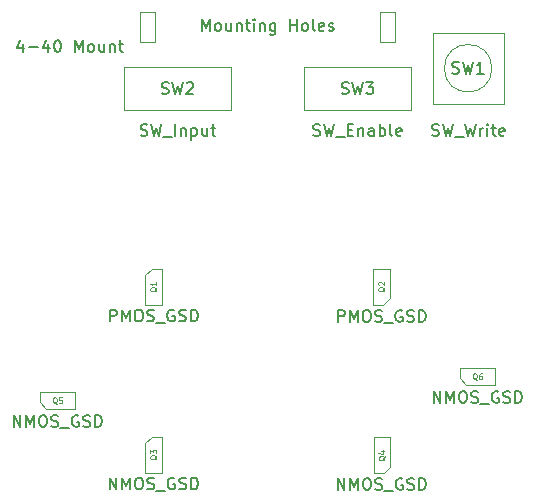
<source format=gbr>
G04 #@! TF.GenerationSoftware,KiCad,Pcbnew,5.1.5+dfsg1-2build2*
G04 #@! TF.CreationDate,2020-06-21T16:19:52-07:00*
G04 #@! TF.ProjectId,sram-cell,7372616d-2d63-4656-9c6c-2e6b69636164,rev?*
G04 #@! TF.SameCoordinates,Original*
G04 #@! TF.FileFunction,Other,Fab,Top*
%FSLAX46Y46*%
G04 Gerber Fmt 4.6, Leading zero omitted, Abs format (unit mm)*
G04 Created by KiCad (PCBNEW 5.1.5+dfsg1-2build2) date 2020-06-21 16:19:52*
%MOMM*%
%LPD*%
G04 APERTURE LIST*
%ADD10C,0.100000*%
%ADD11C,0.150000*%
%ADD12C,0.075000*%
G04 APERTURE END LIST*
D10*
X140280000Y-82020000D02*
X149280000Y-82020000D01*
X140280000Y-85620000D02*
X140280000Y-82020000D01*
X149280000Y-85620000D02*
X140280000Y-85620000D01*
X149280000Y-82020000D02*
X149280000Y-85620000D01*
X161910000Y-77328000D02*
X163210000Y-77328000D01*
X163210000Y-77328000D02*
X163210000Y-79878000D01*
X163210000Y-79878000D02*
X161910000Y-79878000D01*
X161910000Y-79878000D02*
X161910000Y-77328000D01*
X141590000Y-77328000D02*
X142890000Y-77328000D01*
X142890000Y-77328000D02*
X142890000Y-79878000D01*
X142890000Y-79878000D02*
X141590000Y-79878000D01*
X141590000Y-79878000D02*
X141590000Y-77328000D01*
X155520000Y-82020000D02*
X164520000Y-82020000D01*
X155520000Y-85620000D02*
X155520000Y-82020000D01*
X164520000Y-85620000D02*
X155520000Y-85620000D01*
X164520000Y-82020000D02*
X164520000Y-85620000D01*
X171397564Y-82094000D02*
G75*
G03X171397564Y-82094000I-2015564J0D01*
G01*
X166382000Y-85094000D02*
X166382000Y-82094000D01*
X172382000Y-85094000D02*
X166382000Y-85094000D01*
X172382000Y-79094000D02*
X172382000Y-85094000D01*
X166382000Y-79094000D02*
X172382000Y-79094000D01*
X166382000Y-82094000D02*
X166382000Y-79094000D01*
X142048000Y-102104000D02*
X143448000Y-102104000D01*
X143448000Y-99064000D02*
X143448000Y-102104000D01*
X142048000Y-99634000D02*
X142598000Y-99064000D01*
X142598000Y-99064000D02*
X143448000Y-99064000D01*
X142048000Y-99634000D02*
X142048000Y-102084000D01*
X162752000Y-101534000D02*
X162752000Y-99084000D01*
X162202000Y-102104000D02*
X161352000Y-102104000D01*
X162752000Y-101534000D02*
X162202000Y-102104000D01*
X161352000Y-102104000D02*
X161352000Y-99064000D01*
X162752000Y-99064000D02*
X161352000Y-99064000D01*
X142048000Y-113858000D02*
X142048000Y-116308000D01*
X142598000Y-113288000D02*
X143448000Y-113288000D01*
X142048000Y-113858000D02*
X142598000Y-113288000D01*
X143448000Y-113288000D02*
X143448000Y-116328000D01*
X142048000Y-116328000D02*
X143448000Y-116328000D01*
X162776000Y-113354000D02*
X161376000Y-113354000D01*
X161376000Y-116394000D02*
X161376000Y-113354000D01*
X162776000Y-115824000D02*
X162226000Y-116394000D01*
X162226000Y-116394000D02*
X161376000Y-116394000D01*
X162776000Y-115824000D02*
X162776000Y-113374000D01*
X136140000Y-110936000D02*
X136140000Y-109536000D01*
X133100000Y-109536000D02*
X136140000Y-109536000D01*
X133670000Y-110936000D02*
X133100000Y-110386000D01*
X133100000Y-110386000D02*
X133100000Y-109536000D01*
X133670000Y-110936000D02*
X136120000Y-110936000D01*
X169230000Y-108904000D02*
X171680000Y-108904000D01*
X168660000Y-108354000D02*
X168660000Y-107504000D01*
X169230000Y-108904000D02*
X168660000Y-108354000D01*
X168660000Y-107504000D02*
X171700000Y-107504000D01*
X171700000Y-108904000D02*
X171700000Y-107504000D01*
D11*
X141660952Y-87780761D02*
X141803809Y-87828380D01*
X142041904Y-87828380D01*
X142137142Y-87780761D01*
X142184761Y-87733142D01*
X142232380Y-87637904D01*
X142232380Y-87542666D01*
X142184761Y-87447428D01*
X142137142Y-87399809D01*
X142041904Y-87352190D01*
X141851428Y-87304571D01*
X141756190Y-87256952D01*
X141708571Y-87209333D01*
X141660952Y-87114095D01*
X141660952Y-87018857D01*
X141708571Y-86923619D01*
X141756190Y-86876000D01*
X141851428Y-86828380D01*
X142089523Y-86828380D01*
X142232380Y-86876000D01*
X142565714Y-86828380D02*
X142803809Y-87828380D01*
X142994285Y-87114095D01*
X143184761Y-87828380D01*
X143422857Y-86828380D01*
X143565714Y-87923619D02*
X144327619Y-87923619D01*
X144565714Y-87828380D02*
X144565714Y-86828380D01*
X145041904Y-87161714D02*
X145041904Y-87828380D01*
X145041904Y-87256952D02*
X145089523Y-87209333D01*
X145184761Y-87161714D01*
X145327619Y-87161714D01*
X145422857Y-87209333D01*
X145470476Y-87304571D01*
X145470476Y-87828380D01*
X145946666Y-87161714D02*
X145946666Y-88161714D01*
X145946666Y-87209333D02*
X146041904Y-87161714D01*
X146232380Y-87161714D01*
X146327619Y-87209333D01*
X146375238Y-87256952D01*
X146422857Y-87352190D01*
X146422857Y-87637904D01*
X146375238Y-87733142D01*
X146327619Y-87780761D01*
X146232380Y-87828380D01*
X146041904Y-87828380D01*
X145946666Y-87780761D01*
X147280000Y-87161714D02*
X147280000Y-87828380D01*
X146851428Y-87161714D02*
X146851428Y-87685523D01*
X146899047Y-87780761D01*
X146994285Y-87828380D01*
X147137142Y-87828380D01*
X147232380Y-87780761D01*
X147280000Y-87733142D01*
X147613333Y-87161714D02*
X147994285Y-87161714D01*
X147756190Y-86828380D02*
X147756190Y-87685523D01*
X147803809Y-87780761D01*
X147899047Y-87828380D01*
X147994285Y-87828380D01*
X143446666Y-84224761D02*
X143589523Y-84272380D01*
X143827619Y-84272380D01*
X143922857Y-84224761D01*
X143970476Y-84177142D01*
X144018095Y-84081904D01*
X144018095Y-83986666D01*
X143970476Y-83891428D01*
X143922857Y-83843809D01*
X143827619Y-83796190D01*
X143637142Y-83748571D01*
X143541904Y-83700952D01*
X143494285Y-83653333D01*
X143446666Y-83558095D01*
X143446666Y-83462857D01*
X143494285Y-83367619D01*
X143541904Y-83320000D01*
X143637142Y-83272380D01*
X143875238Y-83272380D01*
X144018095Y-83320000D01*
X144351428Y-83272380D02*
X144589523Y-84272380D01*
X144780000Y-83558095D01*
X144970476Y-84272380D01*
X145208571Y-83272380D01*
X145541904Y-83367619D02*
X145589523Y-83320000D01*
X145684761Y-83272380D01*
X145922857Y-83272380D01*
X146018095Y-83320000D01*
X146065714Y-83367619D01*
X146113333Y-83462857D01*
X146113333Y-83558095D01*
X146065714Y-83700952D01*
X145494285Y-84272380D01*
X146113333Y-84272380D01*
X146828571Y-78938380D02*
X146828571Y-77938380D01*
X147161904Y-78652666D01*
X147495238Y-77938380D01*
X147495238Y-78938380D01*
X148114285Y-78938380D02*
X148019047Y-78890761D01*
X147971428Y-78843142D01*
X147923809Y-78747904D01*
X147923809Y-78462190D01*
X147971428Y-78366952D01*
X148019047Y-78319333D01*
X148114285Y-78271714D01*
X148257142Y-78271714D01*
X148352380Y-78319333D01*
X148400000Y-78366952D01*
X148447619Y-78462190D01*
X148447619Y-78747904D01*
X148400000Y-78843142D01*
X148352380Y-78890761D01*
X148257142Y-78938380D01*
X148114285Y-78938380D01*
X149304761Y-78271714D02*
X149304761Y-78938380D01*
X148876190Y-78271714D02*
X148876190Y-78795523D01*
X148923809Y-78890761D01*
X149019047Y-78938380D01*
X149161904Y-78938380D01*
X149257142Y-78890761D01*
X149304761Y-78843142D01*
X149780952Y-78271714D02*
X149780952Y-78938380D01*
X149780952Y-78366952D02*
X149828571Y-78319333D01*
X149923809Y-78271714D01*
X150066666Y-78271714D01*
X150161904Y-78319333D01*
X150209523Y-78414571D01*
X150209523Y-78938380D01*
X150542857Y-78271714D02*
X150923809Y-78271714D01*
X150685714Y-77938380D02*
X150685714Y-78795523D01*
X150733333Y-78890761D01*
X150828571Y-78938380D01*
X150923809Y-78938380D01*
X151257142Y-78938380D02*
X151257142Y-78271714D01*
X151257142Y-77938380D02*
X151209523Y-77986000D01*
X151257142Y-78033619D01*
X151304761Y-77986000D01*
X151257142Y-77938380D01*
X151257142Y-78033619D01*
X151733333Y-78271714D02*
X151733333Y-78938380D01*
X151733333Y-78366952D02*
X151780952Y-78319333D01*
X151876190Y-78271714D01*
X152019047Y-78271714D01*
X152114285Y-78319333D01*
X152161904Y-78414571D01*
X152161904Y-78938380D01*
X153066666Y-78271714D02*
X153066666Y-79081238D01*
X153019047Y-79176476D01*
X152971428Y-79224095D01*
X152876190Y-79271714D01*
X152733333Y-79271714D01*
X152638095Y-79224095D01*
X153066666Y-78890761D02*
X152971428Y-78938380D01*
X152780952Y-78938380D01*
X152685714Y-78890761D01*
X152638095Y-78843142D01*
X152590476Y-78747904D01*
X152590476Y-78462190D01*
X152638095Y-78366952D01*
X152685714Y-78319333D01*
X152780952Y-78271714D01*
X152971428Y-78271714D01*
X153066666Y-78319333D01*
X154304761Y-78938380D02*
X154304761Y-77938380D01*
X154304761Y-78414571D02*
X154876190Y-78414571D01*
X154876190Y-78938380D02*
X154876190Y-77938380D01*
X155495238Y-78938380D02*
X155400000Y-78890761D01*
X155352380Y-78843142D01*
X155304761Y-78747904D01*
X155304761Y-78462190D01*
X155352380Y-78366952D01*
X155400000Y-78319333D01*
X155495238Y-78271714D01*
X155638095Y-78271714D01*
X155733333Y-78319333D01*
X155780952Y-78366952D01*
X155828571Y-78462190D01*
X155828571Y-78747904D01*
X155780952Y-78843142D01*
X155733333Y-78890761D01*
X155638095Y-78938380D01*
X155495238Y-78938380D01*
X156400000Y-78938380D02*
X156304761Y-78890761D01*
X156257142Y-78795523D01*
X156257142Y-77938380D01*
X157161904Y-78890761D02*
X157066666Y-78938380D01*
X156876190Y-78938380D01*
X156780952Y-78890761D01*
X156733333Y-78795523D01*
X156733333Y-78414571D01*
X156780952Y-78319333D01*
X156876190Y-78271714D01*
X157066666Y-78271714D01*
X157161904Y-78319333D01*
X157209523Y-78414571D01*
X157209523Y-78509809D01*
X156733333Y-78605047D01*
X157590476Y-78890761D02*
X157685714Y-78938380D01*
X157876190Y-78938380D01*
X157971428Y-78890761D01*
X158019047Y-78795523D01*
X158019047Y-78747904D01*
X157971428Y-78652666D01*
X157876190Y-78605047D01*
X157733333Y-78605047D01*
X157638095Y-78557428D01*
X157590476Y-78462190D01*
X157590476Y-78414571D01*
X157638095Y-78319333D01*
X157733333Y-78271714D01*
X157876190Y-78271714D01*
X157971428Y-78319333D01*
X131659809Y-80049714D02*
X131659809Y-80716380D01*
X131421714Y-79668761D02*
X131183619Y-80383047D01*
X131802666Y-80383047D01*
X132183619Y-80335428D02*
X132945523Y-80335428D01*
X133850285Y-80049714D02*
X133850285Y-80716380D01*
X133612190Y-79668761D02*
X133374095Y-80383047D01*
X133993142Y-80383047D01*
X134564571Y-79716380D02*
X134659809Y-79716380D01*
X134755047Y-79764000D01*
X134802666Y-79811619D01*
X134850285Y-79906857D01*
X134897904Y-80097333D01*
X134897904Y-80335428D01*
X134850285Y-80525904D01*
X134802666Y-80621142D01*
X134755047Y-80668761D01*
X134659809Y-80716380D01*
X134564571Y-80716380D01*
X134469333Y-80668761D01*
X134421714Y-80621142D01*
X134374095Y-80525904D01*
X134326476Y-80335428D01*
X134326476Y-80097333D01*
X134374095Y-79906857D01*
X134421714Y-79811619D01*
X134469333Y-79764000D01*
X134564571Y-79716380D01*
X136088380Y-80716380D02*
X136088380Y-79716380D01*
X136421714Y-80430666D01*
X136755047Y-79716380D01*
X136755047Y-80716380D01*
X137374095Y-80716380D02*
X137278857Y-80668761D01*
X137231238Y-80621142D01*
X137183619Y-80525904D01*
X137183619Y-80240190D01*
X137231238Y-80144952D01*
X137278857Y-80097333D01*
X137374095Y-80049714D01*
X137516952Y-80049714D01*
X137612190Y-80097333D01*
X137659809Y-80144952D01*
X137707428Y-80240190D01*
X137707428Y-80525904D01*
X137659809Y-80621142D01*
X137612190Y-80668761D01*
X137516952Y-80716380D01*
X137374095Y-80716380D01*
X138564571Y-80049714D02*
X138564571Y-80716380D01*
X138136000Y-80049714D02*
X138136000Y-80573523D01*
X138183619Y-80668761D01*
X138278857Y-80716380D01*
X138421714Y-80716380D01*
X138516952Y-80668761D01*
X138564571Y-80621142D01*
X139040761Y-80049714D02*
X139040761Y-80716380D01*
X139040761Y-80144952D02*
X139088380Y-80097333D01*
X139183619Y-80049714D01*
X139326476Y-80049714D01*
X139421714Y-80097333D01*
X139469333Y-80192571D01*
X139469333Y-80716380D01*
X139802666Y-80049714D02*
X140183619Y-80049714D01*
X139945523Y-79716380D02*
X139945523Y-80573523D01*
X139993142Y-80668761D01*
X140088380Y-80716380D01*
X140183619Y-80716380D01*
X156281904Y-87780761D02*
X156424761Y-87828380D01*
X156662857Y-87828380D01*
X156758095Y-87780761D01*
X156805714Y-87733142D01*
X156853333Y-87637904D01*
X156853333Y-87542666D01*
X156805714Y-87447428D01*
X156758095Y-87399809D01*
X156662857Y-87352190D01*
X156472380Y-87304571D01*
X156377142Y-87256952D01*
X156329523Y-87209333D01*
X156281904Y-87114095D01*
X156281904Y-87018857D01*
X156329523Y-86923619D01*
X156377142Y-86876000D01*
X156472380Y-86828380D01*
X156710476Y-86828380D01*
X156853333Y-86876000D01*
X157186666Y-86828380D02*
X157424761Y-87828380D01*
X157615238Y-87114095D01*
X157805714Y-87828380D01*
X158043809Y-86828380D01*
X158186666Y-87923619D02*
X158948571Y-87923619D01*
X159186666Y-87304571D02*
X159520000Y-87304571D01*
X159662857Y-87828380D02*
X159186666Y-87828380D01*
X159186666Y-86828380D01*
X159662857Y-86828380D01*
X160091428Y-87161714D02*
X160091428Y-87828380D01*
X160091428Y-87256952D02*
X160139047Y-87209333D01*
X160234285Y-87161714D01*
X160377142Y-87161714D01*
X160472380Y-87209333D01*
X160520000Y-87304571D01*
X160520000Y-87828380D01*
X161424761Y-87828380D02*
X161424761Y-87304571D01*
X161377142Y-87209333D01*
X161281904Y-87161714D01*
X161091428Y-87161714D01*
X160996190Y-87209333D01*
X161424761Y-87780761D02*
X161329523Y-87828380D01*
X161091428Y-87828380D01*
X160996190Y-87780761D01*
X160948571Y-87685523D01*
X160948571Y-87590285D01*
X160996190Y-87495047D01*
X161091428Y-87447428D01*
X161329523Y-87447428D01*
X161424761Y-87399809D01*
X161900952Y-87828380D02*
X161900952Y-86828380D01*
X161900952Y-87209333D02*
X161996190Y-87161714D01*
X162186666Y-87161714D01*
X162281904Y-87209333D01*
X162329523Y-87256952D01*
X162377142Y-87352190D01*
X162377142Y-87637904D01*
X162329523Y-87733142D01*
X162281904Y-87780761D01*
X162186666Y-87828380D01*
X161996190Y-87828380D01*
X161900952Y-87780761D01*
X162948571Y-87828380D02*
X162853333Y-87780761D01*
X162805714Y-87685523D01*
X162805714Y-86828380D01*
X163710476Y-87780761D02*
X163615238Y-87828380D01*
X163424761Y-87828380D01*
X163329523Y-87780761D01*
X163281904Y-87685523D01*
X163281904Y-87304571D01*
X163329523Y-87209333D01*
X163424761Y-87161714D01*
X163615238Y-87161714D01*
X163710476Y-87209333D01*
X163758095Y-87304571D01*
X163758095Y-87399809D01*
X163281904Y-87495047D01*
X158686666Y-84224761D02*
X158829523Y-84272380D01*
X159067619Y-84272380D01*
X159162857Y-84224761D01*
X159210476Y-84177142D01*
X159258095Y-84081904D01*
X159258095Y-83986666D01*
X159210476Y-83891428D01*
X159162857Y-83843809D01*
X159067619Y-83796190D01*
X158877142Y-83748571D01*
X158781904Y-83700952D01*
X158734285Y-83653333D01*
X158686666Y-83558095D01*
X158686666Y-83462857D01*
X158734285Y-83367619D01*
X158781904Y-83320000D01*
X158877142Y-83272380D01*
X159115238Y-83272380D01*
X159258095Y-83320000D01*
X159591428Y-83272380D02*
X159829523Y-84272380D01*
X160020000Y-83558095D01*
X160210476Y-84272380D01*
X160448571Y-83272380D01*
X160734285Y-83272380D02*
X161353333Y-83272380D01*
X161020000Y-83653333D01*
X161162857Y-83653333D01*
X161258095Y-83700952D01*
X161305714Y-83748571D01*
X161353333Y-83843809D01*
X161353333Y-84081904D01*
X161305714Y-84177142D01*
X161258095Y-84224761D01*
X161162857Y-84272380D01*
X160877142Y-84272380D01*
X160781904Y-84224761D01*
X160734285Y-84177142D01*
X166346571Y-87780761D02*
X166489428Y-87828380D01*
X166727523Y-87828380D01*
X166822761Y-87780761D01*
X166870380Y-87733142D01*
X166918000Y-87637904D01*
X166918000Y-87542666D01*
X166870380Y-87447428D01*
X166822761Y-87399809D01*
X166727523Y-87352190D01*
X166537047Y-87304571D01*
X166441809Y-87256952D01*
X166394190Y-87209333D01*
X166346571Y-87114095D01*
X166346571Y-87018857D01*
X166394190Y-86923619D01*
X166441809Y-86876000D01*
X166537047Y-86828380D01*
X166775142Y-86828380D01*
X166918000Y-86876000D01*
X167251333Y-86828380D02*
X167489428Y-87828380D01*
X167679904Y-87114095D01*
X167870380Y-87828380D01*
X168108476Y-86828380D01*
X168251333Y-87923619D02*
X169013238Y-87923619D01*
X169156095Y-86828380D02*
X169394190Y-87828380D01*
X169584666Y-87114095D01*
X169775142Y-87828380D01*
X170013238Y-86828380D01*
X170394190Y-87828380D02*
X170394190Y-87161714D01*
X170394190Y-87352190D02*
X170441809Y-87256952D01*
X170489428Y-87209333D01*
X170584666Y-87161714D01*
X170679904Y-87161714D01*
X171013238Y-87828380D02*
X171013238Y-87161714D01*
X171013238Y-86828380D02*
X170965619Y-86876000D01*
X171013238Y-86923619D01*
X171060857Y-86876000D01*
X171013238Y-86828380D01*
X171013238Y-86923619D01*
X171346571Y-87161714D02*
X171727523Y-87161714D01*
X171489428Y-86828380D02*
X171489428Y-87685523D01*
X171537047Y-87780761D01*
X171632285Y-87828380D01*
X171727523Y-87828380D01*
X172441809Y-87780761D02*
X172346571Y-87828380D01*
X172156095Y-87828380D01*
X172060857Y-87780761D01*
X172013238Y-87685523D01*
X172013238Y-87304571D01*
X172060857Y-87209333D01*
X172156095Y-87161714D01*
X172346571Y-87161714D01*
X172441809Y-87209333D01*
X172489428Y-87304571D01*
X172489428Y-87399809D01*
X172013238Y-87495047D01*
X168048666Y-82498761D02*
X168191523Y-82546380D01*
X168429619Y-82546380D01*
X168524857Y-82498761D01*
X168572476Y-82451142D01*
X168620095Y-82355904D01*
X168620095Y-82260666D01*
X168572476Y-82165428D01*
X168524857Y-82117809D01*
X168429619Y-82070190D01*
X168239142Y-82022571D01*
X168143904Y-81974952D01*
X168096285Y-81927333D01*
X168048666Y-81832095D01*
X168048666Y-81736857D01*
X168096285Y-81641619D01*
X168143904Y-81594000D01*
X168239142Y-81546380D01*
X168477238Y-81546380D01*
X168620095Y-81594000D01*
X168953428Y-81546380D02*
X169191523Y-82546380D01*
X169382000Y-81832095D01*
X169572476Y-82546380D01*
X169810571Y-81546380D01*
X170715333Y-82546380D02*
X170143904Y-82546380D01*
X170429619Y-82546380D02*
X170429619Y-81546380D01*
X170334380Y-81689238D01*
X170239142Y-81784476D01*
X170143904Y-81832095D01*
X139057523Y-103536380D02*
X139057523Y-102536380D01*
X139438476Y-102536380D01*
X139533714Y-102584000D01*
X139581333Y-102631619D01*
X139628952Y-102726857D01*
X139628952Y-102869714D01*
X139581333Y-102964952D01*
X139533714Y-103012571D01*
X139438476Y-103060190D01*
X139057523Y-103060190D01*
X140057523Y-103536380D02*
X140057523Y-102536380D01*
X140390857Y-103250666D01*
X140724190Y-102536380D01*
X140724190Y-103536380D01*
X141390857Y-102536380D02*
X141581333Y-102536380D01*
X141676571Y-102584000D01*
X141771809Y-102679238D01*
X141819428Y-102869714D01*
X141819428Y-103203047D01*
X141771809Y-103393523D01*
X141676571Y-103488761D01*
X141581333Y-103536380D01*
X141390857Y-103536380D01*
X141295619Y-103488761D01*
X141200380Y-103393523D01*
X141152761Y-103203047D01*
X141152761Y-102869714D01*
X141200380Y-102679238D01*
X141295619Y-102584000D01*
X141390857Y-102536380D01*
X142200380Y-103488761D02*
X142343238Y-103536380D01*
X142581333Y-103536380D01*
X142676571Y-103488761D01*
X142724190Y-103441142D01*
X142771809Y-103345904D01*
X142771809Y-103250666D01*
X142724190Y-103155428D01*
X142676571Y-103107809D01*
X142581333Y-103060190D01*
X142390857Y-103012571D01*
X142295619Y-102964952D01*
X142248000Y-102917333D01*
X142200380Y-102822095D01*
X142200380Y-102726857D01*
X142248000Y-102631619D01*
X142295619Y-102584000D01*
X142390857Y-102536380D01*
X142628952Y-102536380D01*
X142771809Y-102584000D01*
X142962285Y-103631619D02*
X143724190Y-103631619D01*
X144486095Y-102584000D02*
X144390857Y-102536380D01*
X144248000Y-102536380D01*
X144105142Y-102584000D01*
X144009904Y-102679238D01*
X143962285Y-102774476D01*
X143914666Y-102964952D01*
X143914666Y-103107809D01*
X143962285Y-103298285D01*
X144009904Y-103393523D01*
X144105142Y-103488761D01*
X144248000Y-103536380D01*
X144343238Y-103536380D01*
X144486095Y-103488761D01*
X144533714Y-103441142D01*
X144533714Y-103107809D01*
X144343238Y-103107809D01*
X144914666Y-103488761D02*
X145057523Y-103536380D01*
X145295619Y-103536380D01*
X145390857Y-103488761D01*
X145438476Y-103441142D01*
X145486095Y-103345904D01*
X145486095Y-103250666D01*
X145438476Y-103155428D01*
X145390857Y-103107809D01*
X145295619Y-103060190D01*
X145105142Y-103012571D01*
X145009904Y-102964952D01*
X144962285Y-102917333D01*
X144914666Y-102822095D01*
X144914666Y-102726857D01*
X144962285Y-102631619D01*
X145009904Y-102584000D01*
X145105142Y-102536380D01*
X145343238Y-102536380D01*
X145486095Y-102584000D01*
X145914666Y-103536380D02*
X145914666Y-102536380D01*
X146152761Y-102536380D01*
X146295619Y-102584000D01*
X146390857Y-102679238D01*
X146438476Y-102774476D01*
X146486095Y-102964952D01*
X146486095Y-103107809D01*
X146438476Y-103298285D01*
X146390857Y-103393523D01*
X146295619Y-103488761D01*
X146152761Y-103536380D01*
X145914666Y-103536380D01*
D12*
X143021809Y-100631619D02*
X142998000Y-100679238D01*
X142950380Y-100726857D01*
X142878952Y-100798285D01*
X142855142Y-100845904D01*
X142855142Y-100893523D01*
X142974190Y-100869714D02*
X142950380Y-100917333D01*
X142902761Y-100964952D01*
X142807523Y-100988761D01*
X142640857Y-100988761D01*
X142545619Y-100964952D01*
X142498000Y-100917333D01*
X142474190Y-100869714D01*
X142474190Y-100774476D01*
X142498000Y-100726857D01*
X142545619Y-100679238D01*
X142640857Y-100655428D01*
X142807523Y-100655428D01*
X142902761Y-100679238D01*
X142950380Y-100726857D01*
X142974190Y-100774476D01*
X142974190Y-100869714D01*
X142974190Y-100179238D02*
X142974190Y-100464952D01*
X142974190Y-100322095D02*
X142474190Y-100322095D01*
X142545619Y-100369714D01*
X142593238Y-100417333D01*
X142617047Y-100464952D01*
D11*
X158361523Y-103576380D02*
X158361523Y-102576380D01*
X158742476Y-102576380D01*
X158837714Y-102624000D01*
X158885333Y-102671619D01*
X158932952Y-102766857D01*
X158932952Y-102909714D01*
X158885333Y-103004952D01*
X158837714Y-103052571D01*
X158742476Y-103100190D01*
X158361523Y-103100190D01*
X159361523Y-103576380D02*
X159361523Y-102576380D01*
X159694857Y-103290666D01*
X160028190Y-102576380D01*
X160028190Y-103576380D01*
X160694857Y-102576380D02*
X160885333Y-102576380D01*
X160980571Y-102624000D01*
X161075809Y-102719238D01*
X161123428Y-102909714D01*
X161123428Y-103243047D01*
X161075809Y-103433523D01*
X160980571Y-103528761D01*
X160885333Y-103576380D01*
X160694857Y-103576380D01*
X160599619Y-103528761D01*
X160504380Y-103433523D01*
X160456761Y-103243047D01*
X160456761Y-102909714D01*
X160504380Y-102719238D01*
X160599619Y-102624000D01*
X160694857Y-102576380D01*
X161504380Y-103528761D02*
X161647238Y-103576380D01*
X161885333Y-103576380D01*
X161980571Y-103528761D01*
X162028190Y-103481142D01*
X162075809Y-103385904D01*
X162075809Y-103290666D01*
X162028190Y-103195428D01*
X161980571Y-103147809D01*
X161885333Y-103100190D01*
X161694857Y-103052571D01*
X161599619Y-103004952D01*
X161552000Y-102957333D01*
X161504380Y-102862095D01*
X161504380Y-102766857D01*
X161552000Y-102671619D01*
X161599619Y-102624000D01*
X161694857Y-102576380D01*
X161932952Y-102576380D01*
X162075809Y-102624000D01*
X162266285Y-103671619D02*
X163028190Y-103671619D01*
X163790095Y-102624000D02*
X163694857Y-102576380D01*
X163552000Y-102576380D01*
X163409142Y-102624000D01*
X163313904Y-102719238D01*
X163266285Y-102814476D01*
X163218666Y-103004952D01*
X163218666Y-103147809D01*
X163266285Y-103338285D01*
X163313904Y-103433523D01*
X163409142Y-103528761D01*
X163552000Y-103576380D01*
X163647238Y-103576380D01*
X163790095Y-103528761D01*
X163837714Y-103481142D01*
X163837714Y-103147809D01*
X163647238Y-103147809D01*
X164218666Y-103528761D02*
X164361523Y-103576380D01*
X164599619Y-103576380D01*
X164694857Y-103528761D01*
X164742476Y-103481142D01*
X164790095Y-103385904D01*
X164790095Y-103290666D01*
X164742476Y-103195428D01*
X164694857Y-103147809D01*
X164599619Y-103100190D01*
X164409142Y-103052571D01*
X164313904Y-103004952D01*
X164266285Y-102957333D01*
X164218666Y-102862095D01*
X164218666Y-102766857D01*
X164266285Y-102671619D01*
X164313904Y-102624000D01*
X164409142Y-102576380D01*
X164647238Y-102576380D01*
X164790095Y-102624000D01*
X165218666Y-103576380D02*
X165218666Y-102576380D01*
X165456761Y-102576380D01*
X165599619Y-102624000D01*
X165694857Y-102719238D01*
X165742476Y-102814476D01*
X165790095Y-103004952D01*
X165790095Y-103147809D01*
X165742476Y-103338285D01*
X165694857Y-103433523D01*
X165599619Y-103528761D01*
X165456761Y-103576380D01*
X165218666Y-103576380D01*
D12*
X162325809Y-100631619D02*
X162302000Y-100679238D01*
X162254380Y-100726857D01*
X162182952Y-100798285D01*
X162159142Y-100845904D01*
X162159142Y-100893523D01*
X162278190Y-100869714D02*
X162254380Y-100917333D01*
X162206761Y-100964952D01*
X162111523Y-100988761D01*
X161944857Y-100988761D01*
X161849619Y-100964952D01*
X161802000Y-100917333D01*
X161778190Y-100869714D01*
X161778190Y-100774476D01*
X161802000Y-100726857D01*
X161849619Y-100679238D01*
X161944857Y-100655428D01*
X162111523Y-100655428D01*
X162206761Y-100679238D01*
X162254380Y-100726857D01*
X162278190Y-100774476D01*
X162278190Y-100869714D01*
X161825809Y-100464952D02*
X161802000Y-100441142D01*
X161778190Y-100393523D01*
X161778190Y-100274476D01*
X161802000Y-100226857D01*
X161825809Y-100203047D01*
X161873428Y-100179238D01*
X161921047Y-100179238D01*
X161992476Y-100203047D01*
X162278190Y-100488761D01*
X162278190Y-100179238D01*
D11*
X139033714Y-117760380D02*
X139033714Y-116760380D01*
X139605142Y-117760380D01*
X139605142Y-116760380D01*
X140081333Y-117760380D02*
X140081333Y-116760380D01*
X140414666Y-117474666D01*
X140748000Y-116760380D01*
X140748000Y-117760380D01*
X141414666Y-116760380D02*
X141605142Y-116760380D01*
X141700380Y-116808000D01*
X141795619Y-116903238D01*
X141843238Y-117093714D01*
X141843238Y-117427047D01*
X141795619Y-117617523D01*
X141700380Y-117712761D01*
X141605142Y-117760380D01*
X141414666Y-117760380D01*
X141319428Y-117712761D01*
X141224190Y-117617523D01*
X141176571Y-117427047D01*
X141176571Y-117093714D01*
X141224190Y-116903238D01*
X141319428Y-116808000D01*
X141414666Y-116760380D01*
X142224190Y-117712761D02*
X142367047Y-117760380D01*
X142605142Y-117760380D01*
X142700380Y-117712761D01*
X142748000Y-117665142D01*
X142795619Y-117569904D01*
X142795619Y-117474666D01*
X142748000Y-117379428D01*
X142700380Y-117331809D01*
X142605142Y-117284190D01*
X142414666Y-117236571D01*
X142319428Y-117188952D01*
X142271809Y-117141333D01*
X142224190Y-117046095D01*
X142224190Y-116950857D01*
X142271809Y-116855619D01*
X142319428Y-116808000D01*
X142414666Y-116760380D01*
X142652761Y-116760380D01*
X142795619Y-116808000D01*
X142986095Y-117855619D02*
X143748000Y-117855619D01*
X144509904Y-116808000D02*
X144414666Y-116760380D01*
X144271809Y-116760380D01*
X144128952Y-116808000D01*
X144033714Y-116903238D01*
X143986095Y-116998476D01*
X143938476Y-117188952D01*
X143938476Y-117331809D01*
X143986095Y-117522285D01*
X144033714Y-117617523D01*
X144128952Y-117712761D01*
X144271809Y-117760380D01*
X144367047Y-117760380D01*
X144509904Y-117712761D01*
X144557523Y-117665142D01*
X144557523Y-117331809D01*
X144367047Y-117331809D01*
X144938476Y-117712761D02*
X145081333Y-117760380D01*
X145319428Y-117760380D01*
X145414666Y-117712761D01*
X145462285Y-117665142D01*
X145509904Y-117569904D01*
X145509904Y-117474666D01*
X145462285Y-117379428D01*
X145414666Y-117331809D01*
X145319428Y-117284190D01*
X145128952Y-117236571D01*
X145033714Y-117188952D01*
X144986095Y-117141333D01*
X144938476Y-117046095D01*
X144938476Y-116950857D01*
X144986095Y-116855619D01*
X145033714Y-116808000D01*
X145128952Y-116760380D01*
X145367047Y-116760380D01*
X145509904Y-116808000D01*
X145938476Y-117760380D02*
X145938476Y-116760380D01*
X146176571Y-116760380D01*
X146319428Y-116808000D01*
X146414666Y-116903238D01*
X146462285Y-116998476D01*
X146509904Y-117188952D01*
X146509904Y-117331809D01*
X146462285Y-117522285D01*
X146414666Y-117617523D01*
X146319428Y-117712761D01*
X146176571Y-117760380D01*
X145938476Y-117760380D01*
D12*
X143021809Y-114855619D02*
X142998000Y-114903238D01*
X142950380Y-114950857D01*
X142878952Y-115022285D01*
X142855142Y-115069904D01*
X142855142Y-115117523D01*
X142974190Y-115093714D02*
X142950380Y-115141333D01*
X142902761Y-115188952D01*
X142807523Y-115212761D01*
X142640857Y-115212761D01*
X142545619Y-115188952D01*
X142498000Y-115141333D01*
X142474190Y-115093714D01*
X142474190Y-114998476D01*
X142498000Y-114950857D01*
X142545619Y-114903238D01*
X142640857Y-114879428D01*
X142807523Y-114879428D01*
X142902761Y-114903238D01*
X142950380Y-114950857D01*
X142974190Y-114998476D01*
X142974190Y-115093714D01*
X142474190Y-114712761D02*
X142474190Y-114403238D01*
X142664666Y-114569904D01*
X142664666Y-114498476D01*
X142688476Y-114450857D01*
X142712285Y-114427047D01*
X142759904Y-114403238D01*
X142878952Y-114403238D01*
X142926571Y-114427047D01*
X142950380Y-114450857D01*
X142974190Y-114498476D01*
X142974190Y-114641333D01*
X142950380Y-114688952D01*
X142926571Y-114712761D01*
D11*
X158337714Y-117800380D02*
X158337714Y-116800380D01*
X158909142Y-117800380D01*
X158909142Y-116800380D01*
X159385333Y-117800380D02*
X159385333Y-116800380D01*
X159718666Y-117514666D01*
X160052000Y-116800380D01*
X160052000Y-117800380D01*
X160718666Y-116800380D02*
X160909142Y-116800380D01*
X161004380Y-116848000D01*
X161099619Y-116943238D01*
X161147238Y-117133714D01*
X161147238Y-117467047D01*
X161099619Y-117657523D01*
X161004380Y-117752761D01*
X160909142Y-117800380D01*
X160718666Y-117800380D01*
X160623428Y-117752761D01*
X160528190Y-117657523D01*
X160480571Y-117467047D01*
X160480571Y-117133714D01*
X160528190Y-116943238D01*
X160623428Y-116848000D01*
X160718666Y-116800380D01*
X161528190Y-117752761D02*
X161671047Y-117800380D01*
X161909142Y-117800380D01*
X162004380Y-117752761D01*
X162052000Y-117705142D01*
X162099619Y-117609904D01*
X162099619Y-117514666D01*
X162052000Y-117419428D01*
X162004380Y-117371809D01*
X161909142Y-117324190D01*
X161718666Y-117276571D01*
X161623428Y-117228952D01*
X161575809Y-117181333D01*
X161528190Y-117086095D01*
X161528190Y-116990857D01*
X161575809Y-116895619D01*
X161623428Y-116848000D01*
X161718666Y-116800380D01*
X161956761Y-116800380D01*
X162099619Y-116848000D01*
X162290095Y-117895619D02*
X163052000Y-117895619D01*
X163813904Y-116848000D02*
X163718666Y-116800380D01*
X163575809Y-116800380D01*
X163432952Y-116848000D01*
X163337714Y-116943238D01*
X163290095Y-117038476D01*
X163242476Y-117228952D01*
X163242476Y-117371809D01*
X163290095Y-117562285D01*
X163337714Y-117657523D01*
X163432952Y-117752761D01*
X163575809Y-117800380D01*
X163671047Y-117800380D01*
X163813904Y-117752761D01*
X163861523Y-117705142D01*
X163861523Y-117371809D01*
X163671047Y-117371809D01*
X164242476Y-117752761D02*
X164385333Y-117800380D01*
X164623428Y-117800380D01*
X164718666Y-117752761D01*
X164766285Y-117705142D01*
X164813904Y-117609904D01*
X164813904Y-117514666D01*
X164766285Y-117419428D01*
X164718666Y-117371809D01*
X164623428Y-117324190D01*
X164432952Y-117276571D01*
X164337714Y-117228952D01*
X164290095Y-117181333D01*
X164242476Y-117086095D01*
X164242476Y-116990857D01*
X164290095Y-116895619D01*
X164337714Y-116848000D01*
X164432952Y-116800380D01*
X164671047Y-116800380D01*
X164813904Y-116848000D01*
X165242476Y-117800380D02*
X165242476Y-116800380D01*
X165480571Y-116800380D01*
X165623428Y-116848000D01*
X165718666Y-116943238D01*
X165766285Y-117038476D01*
X165813904Y-117228952D01*
X165813904Y-117371809D01*
X165766285Y-117562285D01*
X165718666Y-117657523D01*
X165623428Y-117752761D01*
X165480571Y-117800380D01*
X165242476Y-117800380D01*
D12*
X162349809Y-114921619D02*
X162326000Y-114969238D01*
X162278380Y-115016857D01*
X162206952Y-115088285D01*
X162183142Y-115135904D01*
X162183142Y-115183523D01*
X162302190Y-115159714D02*
X162278380Y-115207333D01*
X162230761Y-115254952D01*
X162135523Y-115278761D01*
X161968857Y-115278761D01*
X161873619Y-115254952D01*
X161826000Y-115207333D01*
X161802190Y-115159714D01*
X161802190Y-115064476D01*
X161826000Y-115016857D01*
X161873619Y-114969238D01*
X161968857Y-114945428D01*
X162135523Y-114945428D01*
X162230761Y-114969238D01*
X162278380Y-115016857D01*
X162302190Y-115064476D01*
X162302190Y-115159714D01*
X161968857Y-114516857D02*
X162302190Y-114516857D01*
X161778380Y-114635904D02*
X162135523Y-114754952D01*
X162135523Y-114445428D01*
D11*
X130905714Y-112466380D02*
X130905714Y-111466380D01*
X131477142Y-112466380D01*
X131477142Y-111466380D01*
X131953333Y-112466380D02*
X131953333Y-111466380D01*
X132286666Y-112180666D01*
X132620000Y-111466380D01*
X132620000Y-112466380D01*
X133286666Y-111466380D02*
X133477142Y-111466380D01*
X133572380Y-111514000D01*
X133667619Y-111609238D01*
X133715238Y-111799714D01*
X133715238Y-112133047D01*
X133667619Y-112323523D01*
X133572380Y-112418761D01*
X133477142Y-112466380D01*
X133286666Y-112466380D01*
X133191428Y-112418761D01*
X133096190Y-112323523D01*
X133048571Y-112133047D01*
X133048571Y-111799714D01*
X133096190Y-111609238D01*
X133191428Y-111514000D01*
X133286666Y-111466380D01*
X134096190Y-112418761D02*
X134239047Y-112466380D01*
X134477142Y-112466380D01*
X134572380Y-112418761D01*
X134620000Y-112371142D01*
X134667619Y-112275904D01*
X134667619Y-112180666D01*
X134620000Y-112085428D01*
X134572380Y-112037809D01*
X134477142Y-111990190D01*
X134286666Y-111942571D01*
X134191428Y-111894952D01*
X134143809Y-111847333D01*
X134096190Y-111752095D01*
X134096190Y-111656857D01*
X134143809Y-111561619D01*
X134191428Y-111514000D01*
X134286666Y-111466380D01*
X134524761Y-111466380D01*
X134667619Y-111514000D01*
X134858095Y-112561619D02*
X135620000Y-112561619D01*
X136381904Y-111514000D02*
X136286666Y-111466380D01*
X136143809Y-111466380D01*
X136000952Y-111514000D01*
X135905714Y-111609238D01*
X135858095Y-111704476D01*
X135810476Y-111894952D01*
X135810476Y-112037809D01*
X135858095Y-112228285D01*
X135905714Y-112323523D01*
X136000952Y-112418761D01*
X136143809Y-112466380D01*
X136239047Y-112466380D01*
X136381904Y-112418761D01*
X136429523Y-112371142D01*
X136429523Y-112037809D01*
X136239047Y-112037809D01*
X136810476Y-112418761D02*
X136953333Y-112466380D01*
X137191428Y-112466380D01*
X137286666Y-112418761D01*
X137334285Y-112371142D01*
X137381904Y-112275904D01*
X137381904Y-112180666D01*
X137334285Y-112085428D01*
X137286666Y-112037809D01*
X137191428Y-111990190D01*
X137000952Y-111942571D01*
X136905714Y-111894952D01*
X136858095Y-111847333D01*
X136810476Y-111752095D01*
X136810476Y-111656857D01*
X136858095Y-111561619D01*
X136905714Y-111514000D01*
X137000952Y-111466380D01*
X137239047Y-111466380D01*
X137381904Y-111514000D01*
X137810476Y-112466380D02*
X137810476Y-111466380D01*
X138048571Y-111466380D01*
X138191428Y-111514000D01*
X138286666Y-111609238D01*
X138334285Y-111704476D01*
X138381904Y-111894952D01*
X138381904Y-112037809D01*
X138334285Y-112228285D01*
X138286666Y-112323523D01*
X138191428Y-112418761D01*
X138048571Y-112466380D01*
X137810476Y-112466380D01*
D12*
X134572380Y-110509809D02*
X134524761Y-110486000D01*
X134477142Y-110438380D01*
X134405714Y-110366952D01*
X134358095Y-110343142D01*
X134310476Y-110343142D01*
X134334285Y-110462190D02*
X134286666Y-110438380D01*
X134239047Y-110390761D01*
X134215238Y-110295523D01*
X134215238Y-110128857D01*
X134239047Y-110033619D01*
X134286666Y-109986000D01*
X134334285Y-109962190D01*
X134429523Y-109962190D01*
X134477142Y-109986000D01*
X134524761Y-110033619D01*
X134548571Y-110128857D01*
X134548571Y-110295523D01*
X134524761Y-110390761D01*
X134477142Y-110438380D01*
X134429523Y-110462190D01*
X134334285Y-110462190D01*
X135000952Y-109962190D02*
X134762857Y-109962190D01*
X134739047Y-110200285D01*
X134762857Y-110176476D01*
X134810476Y-110152666D01*
X134929523Y-110152666D01*
X134977142Y-110176476D01*
X135000952Y-110200285D01*
X135024761Y-110247904D01*
X135024761Y-110366952D01*
X135000952Y-110414571D01*
X134977142Y-110438380D01*
X134929523Y-110462190D01*
X134810476Y-110462190D01*
X134762857Y-110438380D01*
X134739047Y-110414571D01*
D11*
X166465714Y-110434380D02*
X166465714Y-109434380D01*
X167037142Y-110434380D01*
X167037142Y-109434380D01*
X167513333Y-110434380D02*
X167513333Y-109434380D01*
X167846666Y-110148666D01*
X168180000Y-109434380D01*
X168180000Y-110434380D01*
X168846666Y-109434380D02*
X169037142Y-109434380D01*
X169132380Y-109482000D01*
X169227619Y-109577238D01*
X169275238Y-109767714D01*
X169275238Y-110101047D01*
X169227619Y-110291523D01*
X169132380Y-110386761D01*
X169037142Y-110434380D01*
X168846666Y-110434380D01*
X168751428Y-110386761D01*
X168656190Y-110291523D01*
X168608571Y-110101047D01*
X168608571Y-109767714D01*
X168656190Y-109577238D01*
X168751428Y-109482000D01*
X168846666Y-109434380D01*
X169656190Y-110386761D02*
X169799047Y-110434380D01*
X170037142Y-110434380D01*
X170132380Y-110386761D01*
X170180000Y-110339142D01*
X170227619Y-110243904D01*
X170227619Y-110148666D01*
X170180000Y-110053428D01*
X170132380Y-110005809D01*
X170037142Y-109958190D01*
X169846666Y-109910571D01*
X169751428Y-109862952D01*
X169703809Y-109815333D01*
X169656190Y-109720095D01*
X169656190Y-109624857D01*
X169703809Y-109529619D01*
X169751428Y-109482000D01*
X169846666Y-109434380D01*
X170084761Y-109434380D01*
X170227619Y-109482000D01*
X170418095Y-110529619D02*
X171180000Y-110529619D01*
X171941904Y-109482000D02*
X171846666Y-109434380D01*
X171703809Y-109434380D01*
X171560952Y-109482000D01*
X171465714Y-109577238D01*
X171418095Y-109672476D01*
X171370476Y-109862952D01*
X171370476Y-110005809D01*
X171418095Y-110196285D01*
X171465714Y-110291523D01*
X171560952Y-110386761D01*
X171703809Y-110434380D01*
X171799047Y-110434380D01*
X171941904Y-110386761D01*
X171989523Y-110339142D01*
X171989523Y-110005809D01*
X171799047Y-110005809D01*
X172370476Y-110386761D02*
X172513333Y-110434380D01*
X172751428Y-110434380D01*
X172846666Y-110386761D01*
X172894285Y-110339142D01*
X172941904Y-110243904D01*
X172941904Y-110148666D01*
X172894285Y-110053428D01*
X172846666Y-110005809D01*
X172751428Y-109958190D01*
X172560952Y-109910571D01*
X172465714Y-109862952D01*
X172418095Y-109815333D01*
X172370476Y-109720095D01*
X172370476Y-109624857D01*
X172418095Y-109529619D01*
X172465714Y-109482000D01*
X172560952Y-109434380D01*
X172799047Y-109434380D01*
X172941904Y-109482000D01*
X173370476Y-110434380D02*
X173370476Y-109434380D01*
X173608571Y-109434380D01*
X173751428Y-109482000D01*
X173846666Y-109577238D01*
X173894285Y-109672476D01*
X173941904Y-109862952D01*
X173941904Y-110005809D01*
X173894285Y-110196285D01*
X173846666Y-110291523D01*
X173751428Y-110386761D01*
X173608571Y-110434380D01*
X173370476Y-110434380D01*
D12*
X170132380Y-108477809D02*
X170084761Y-108454000D01*
X170037142Y-108406380D01*
X169965714Y-108334952D01*
X169918095Y-108311142D01*
X169870476Y-108311142D01*
X169894285Y-108430190D02*
X169846666Y-108406380D01*
X169799047Y-108358761D01*
X169775238Y-108263523D01*
X169775238Y-108096857D01*
X169799047Y-108001619D01*
X169846666Y-107954000D01*
X169894285Y-107930190D01*
X169989523Y-107930190D01*
X170037142Y-107954000D01*
X170084761Y-108001619D01*
X170108571Y-108096857D01*
X170108571Y-108263523D01*
X170084761Y-108358761D01*
X170037142Y-108406380D01*
X169989523Y-108430190D01*
X169894285Y-108430190D01*
X170537142Y-107930190D02*
X170441904Y-107930190D01*
X170394285Y-107954000D01*
X170370476Y-107977809D01*
X170322857Y-108049238D01*
X170299047Y-108144476D01*
X170299047Y-108334952D01*
X170322857Y-108382571D01*
X170346666Y-108406380D01*
X170394285Y-108430190D01*
X170489523Y-108430190D01*
X170537142Y-108406380D01*
X170560952Y-108382571D01*
X170584761Y-108334952D01*
X170584761Y-108215904D01*
X170560952Y-108168285D01*
X170537142Y-108144476D01*
X170489523Y-108120666D01*
X170394285Y-108120666D01*
X170346666Y-108144476D01*
X170322857Y-108168285D01*
X170299047Y-108215904D01*
M02*

</source>
